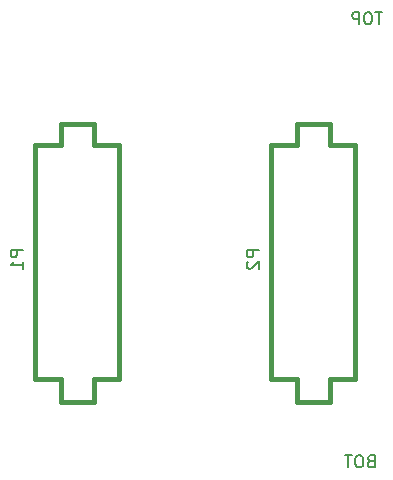
<source format=gbo>
G04 (created by PCBNEW (2013-mar-13)-testing) date Tue 20 Aug 2013 10:34:20 AM PDT*
%MOIN*%
G04 Gerber Fmt 3.4, Leading zero omitted, Abs format*
%FSLAX34Y34*%
G01*
G70*
G90*
G04 APERTURE LIST*
%ADD10C,0.005906*%
%ADD11C,0.008000*%
%ADD12C,0.015000*%
G04 APERTURE END LIST*
G54D10*
G54D11*
X33404Y-34813D02*
X33347Y-34832D01*
X33328Y-34852D01*
X33308Y-34890D01*
X33308Y-34947D01*
X33328Y-34985D01*
X33347Y-35004D01*
X33385Y-35023D01*
X33537Y-35023D01*
X33537Y-34623D01*
X33404Y-34623D01*
X33366Y-34642D01*
X33347Y-34661D01*
X33328Y-34699D01*
X33328Y-34737D01*
X33347Y-34775D01*
X33366Y-34794D01*
X33404Y-34813D01*
X33537Y-34813D01*
X33061Y-34623D02*
X32985Y-34623D01*
X32947Y-34642D01*
X32908Y-34680D01*
X32889Y-34756D01*
X32889Y-34890D01*
X32908Y-34966D01*
X32947Y-35004D01*
X32985Y-35023D01*
X33061Y-35023D01*
X33099Y-35004D01*
X33137Y-34966D01*
X33156Y-34890D01*
X33156Y-34756D01*
X33137Y-34680D01*
X33099Y-34642D01*
X33061Y-34623D01*
X32775Y-34623D02*
X32547Y-34623D01*
X32661Y-35023D02*
X32661Y-34623D01*
X33791Y-19859D02*
X33562Y-19859D01*
X33677Y-20259D02*
X33677Y-19859D01*
X33353Y-19859D02*
X33277Y-19859D01*
X33239Y-19878D01*
X33201Y-19916D01*
X33182Y-19993D01*
X33182Y-20126D01*
X33201Y-20202D01*
X33239Y-20240D01*
X33277Y-20259D01*
X33353Y-20259D01*
X33391Y-20240D01*
X33429Y-20202D01*
X33448Y-20126D01*
X33448Y-19993D01*
X33429Y-19916D01*
X33391Y-19878D01*
X33353Y-19859D01*
X33010Y-20259D02*
X33010Y-19859D01*
X32858Y-19859D01*
X32820Y-19878D01*
X32801Y-19897D01*
X32782Y-19935D01*
X32782Y-19993D01*
X32801Y-20031D01*
X32820Y-20050D01*
X32858Y-20069D01*
X33010Y-20069D01*
G54D12*
X23072Y-32088D02*
X22222Y-32088D01*
X25022Y-32088D02*
X24172Y-32088D01*
X24172Y-32088D02*
X24172Y-32788D01*
X24172Y-32788D02*
X24172Y-32838D01*
X24172Y-32838D02*
X23122Y-32838D01*
X23122Y-32838D02*
X23072Y-32838D01*
X23072Y-32838D02*
X23072Y-32088D01*
X23072Y-24288D02*
X22222Y-24288D01*
X23122Y-23588D02*
X23072Y-23588D01*
X23072Y-23588D02*
X23072Y-24288D01*
X23172Y-23588D02*
X23122Y-23588D01*
X24172Y-24288D02*
X24172Y-23638D01*
X24172Y-23638D02*
X24172Y-23588D01*
X24172Y-23588D02*
X23172Y-23588D01*
X25022Y-24288D02*
X24172Y-24288D01*
X22222Y-32088D02*
X22222Y-24338D01*
X22222Y-24338D02*
X22222Y-24288D01*
X25022Y-24288D02*
X25022Y-32038D01*
X25022Y-32038D02*
X25022Y-32088D01*
X30946Y-32088D02*
X30096Y-32088D01*
X32896Y-32088D02*
X32046Y-32088D01*
X32046Y-32088D02*
X32046Y-32788D01*
X32046Y-32788D02*
X32046Y-32838D01*
X32046Y-32838D02*
X30996Y-32838D01*
X30996Y-32838D02*
X30946Y-32838D01*
X30946Y-32838D02*
X30946Y-32088D01*
X30946Y-24288D02*
X30096Y-24288D01*
X30996Y-23588D02*
X30946Y-23588D01*
X30946Y-23588D02*
X30946Y-24288D01*
X31046Y-23588D02*
X30996Y-23588D01*
X32046Y-24288D02*
X32046Y-23638D01*
X32046Y-23638D02*
X32046Y-23588D01*
X32046Y-23588D02*
X31046Y-23588D01*
X32896Y-24288D02*
X32046Y-24288D01*
X30096Y-32088D02*
X30096Y-24338D01*
X30096Y-24338D02*
X30096Y-24288D01*
X32896Y-24288D02*
X32896Y-32038D01*
X32896Y-32038D02*
X32896Y-32088D01*
G54D11*
X21802Y-27793D02*
X21402Y-27793D01*
X21402Y-27946D01*
X21422Y-27984D01*
X21441Y-28003D01*
X21479Y-28022D01*
X21536Y-28022D01*
X21574Y-28003D01*
X21593Y-27984D01*
X21612Y-27946D01*
X21612Y-27793D01*
X21802Y-28403D02*
X21802Y-28174D01*
X21802Y-28288D02*
X21402Y-28288D01*
X21460Y-28250D01*
X21498Y-28212D01*
X21517Y-28174D01*
X29677Y-27793D02*
X29277Y-27793D01*
X29277Y-27946D01*
X29296Y-27984D01*
X29315Y-28003D01*
X29353Y-28022D01*
X29410Y-28022D01*
X29448Y-28003D01*
X29467Y-27984D01*
X29486Y-27946D01*
X29486Y-27793D01*
X29315Y-28174D02*
X29296Y-28193D01*
X29277Y-28231D01*
X29277Y-28327D01*
X29296Y-28365D01*
X29315Y-28384D01*
X29353Y-28403D01*
X29391Y-28403D01*
X29448Y-28384D01*
X29677Y-28155D01*
X29677Y-28403D01*
M02*

</source>
